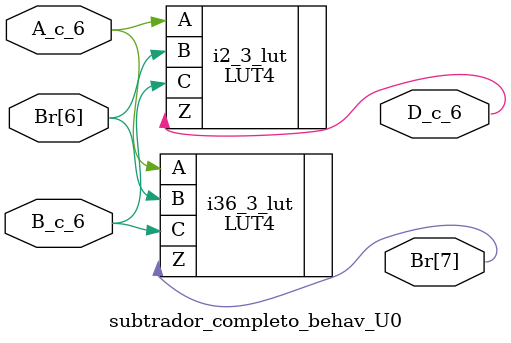
<source format=v>

module param_sub (Brin, A, B, Brout, D);   // d:/rtl_fpga/vhdl/aula32_pontofixo_pontoflutuante/param_sub.vhd(3[8:17])
    input Brin;   // d:/rtl_fpga/vhdl/aula32_pontofixo_pontoflutuante/param_sub.vhd(6[4:8])
    input [7:0]A;   // d:/rtl_fpga/vhdl/aula32_pontofixo_pontoflutuante/param_sub.vhd(7[4:5])
    input [7:0]B;   // d:/rtl_fpga/vhdl/aula32_pontofixo_pontoflutuante/param_sub.vhd(7[6:7])
    output Brout;   // d:/rtl_fpga/vhdl/aula32_pontofixo_pontoflutuante/param_sub.vhd(8[4:9])
    output [7:0]D;   // d:/rtl_fpga/vhdl/aula32_pontofixo_pontoflutuante/param_sub.vhd(9[4:5])
    
    
    wire Brin_c, A_c_7, A_c_6, A_c_5, A_c_4, A_c_3, A_c_2, A_c_1, 
        A_c_0, B_c_7, B_c_6, B_c_5, B_c_4, B_c_3, B_c_2, B_c_1, 
        B_c_0, Brout_c, D_c_7, D_c_6, D_c_5, D_c_4, D_c_3, D_c_2, 
        D_c_1, D_c_0;
    wire [8:0]Br;   // d:/rtl_fpga/vhdl/aula32_pontofixo_pontoflutuante/param_sub.vhd(23[9:11])
    
    wire GND_net, VCC_net;
    
    VLO i115 (.Z(GND_net));
    OB D_pad_1 (.I(D_c_1), .O(D[1]));   // d:/rtl_fpga/vhdl/aula32_pontofixo_pontoflutuante/param_sub.vhd(9[4:5])
    OB D_pad_2 (.I(D_c_2), .O(D[2]));   // d:/rtl_fpga/vhdl/aula32_pontofixo_pontoflutuante/param_sub.vhd(9[4:5])
    OB D_pad_3 (.I(D_c_3), .O(D[3]));   // d:/rtl_fpga/vhdl/aula32_pontofixo_pontoflutuante/param_sub.vhd(9[4:5])
    OB D_pad_4 (.I(D_c_4), .O(D[4]));   // d:/rtl_fpga/vhdl/aula32_pontofixo_pontoflutuante/param_sub.vhd(9[4:5])
    OB D_pad_5 (.I(D_c_5), .O(D[5]));   // d:/rtl_fpga/vhdl/aula32_pontofixo_pontoflutuante/param_sub.vhd(9[4:5])
    OB D_pad_6 (.I(D_c_6), .O(D[6]));   // d:/rtl_fpga/vhdl/aula32_pontofixo_pontoflutuante/param_sub.vhd(9[4:5])
    IB A_pad_1 (.I(A[1]), .O(A_c_1));   // d:/rtl_fpga/vhdl/aula32_pontofixo_pontoflutuante/param_sub.vhd(7[4:5])
    OB D_pad_7 (.I(D_c_7), .O(D[7]));   // d:/rtl_fpga/vhdl/aula32_pontofixo_pontoflutuante/param_sub.vhd(9[4:5])
    OB Brout_pad (.I(Brout_c), .O(Brout));   // d:/rtl_fpga/vhdl/aula32_pontofixo_pontoflutuante/param_sub.vhd(8[4:9])
    IB A_pad_2 (.I(A[2]), .O(A_c_2));   // d:/rtl_fpga/vhdl/aula32_pontofixo_pontoflutuante/param_sub.vhd(7[4:5])
    IB A_pad_3 (.I(A[3]), .O(A_c_3));   // d:/rtl_fpga/vhdl/aula32_pontofixo_pontoflutuante/param_sub.vhd(7[4:5])
    IB A_pad_4 (.I(A[4]), .O(A_c_4));   // d:/rtl_fpga/vhdl/aula32_pontofixo_pontoflutuante/param_sub.vhd(7[4:5])
    IB A_pad_5 (.I(A[5]), .O(A_c_5));   // d:/rtl_fpga/vhdl/aula32_pontofixo_pontoflutuante/param_sub.vhd(7[4:5])
    IB A_pad_6 (.I(A[6]), .O(A_c_6));   // d:/rtl_fpga/vhdl/aula32_pontofixo_pontoflutuante/param_sub.vhd(7[4:5])
    subtrador_completo_behav_U4 \gen_block_2..sub_n  (.A_c_2(A_c_2), .\Br[2] (Br[2]), 
            .B_c_2(B_c_2), .D_c_2(D_c_2), .\Br[3] (Br[3])) /* synthesis syn_module_defined=1 */ ;   // d:/rtl_fpga/vhdl/aula32_pontofixo_pontoflutuante/param_sub.vhd(29[16:40])
    IB A_pad_7 (.I(A[7]), .O(A_c_7));   // d:/rtl_fpga/vhdl/aula32_pontofixo_pontoflutuante/param_sub.vhd(7[4:5])
    IB Brin_pad (.I(Brin), .O(Brin_c));   // d:/rtl_fpga/vhdl/aula32_pontofixo_pontoflutuante/param_sub.vhd(6[4:8])
    subtrador_completo_behav_U3 \gen_block_3..sub_n  (.A_c_3(A_c_3), .\Br[3] (Br[3]), 
            .B_c_3(B_c_3), .D_c_3(D_c_3), .\Br[4] (Br[4])) /* synthesis syn_module_defined=1 */ ;   // d:/rtl_fpga/vhdl/aula32_pontofixo_pontoflutuante/param_sub.vhd(29[16:40])
    OB D_pad_0 (.I(D_c_0), .O(D[0]));   // d:/rtl_fpga/vhdl/aula32_pontofixo_pontoflutuante/param_sub.vhd(9[4:5])
    IB A_pad_0 (.I(A[0]), .O(A_c_0));   // d:/rtl_fpga/vhdl/aula32_pontofixo_pontoflutuante/param_sub.vhd(7[4:5])
    IB B_pad_7 (.I(B[7]), .O(B_c_7));   // d:/rtl_fpga/vhdl/aula32_pontofixo_pontoflutuante/param_sub.vhd(7[6:7])
    IB B_pad_6 (.I(B[6]), .O(B_c_6));   // d:/rtl_fpga/vhdl/aula32_pontofixo_pontoflutuante/param_sub.vhd(7[6:7])
    IB B_pad_5 (.I(B[5]), .O(B_c_5));   // d:/rtl_fpga/vhdl/aula32_pontofixo_pontoflutuante/param_sub.vhd(7[6:7])
    IB B_pad_4 (.I(B[4]), .O(B_c_4));   // d:/rtl_fpga/vhdl/aula32_pontofixo_pontoflutuante/param_sub.vhd(7[6:7])
    IB B_pad_3 (.I(B[3]), .O(B_c_3));   // d:/rtl_fpga/vhdl/aula32_pontofixo_pontoflutuante/param_sub.vhd(7[6:7])
    IB B_pad_2 (.I(B[2]), .O(B_c_2));   // d:/rtl_fpga/vhdl/aula32_pontofixo_pontoflutuante/param_sub.vhd(7[6:7])
    IB B_pad_1 (.I(B[1]), .O(B_c_1));   // d:/rtl_fpga/vhdl/aula32_pontofixo_pontoflutuante/param_sub.vhd(7[6:7])
    IB B_pad_0 (.I(B[0]), .O(B_c_0));   // d:/rtl_fpga/vhdl/aula32_pontofixo_pontoflutuante/param_sub.vhd(7[6:7])
    GSR GSR_INST (.GSR(VCC_net));
    subtrador_completo_behav_U2 \gen_block_4..sub_n  (.A_c_4(A_c_4), .\Br[4] (Br[4]), 
            .B_c_4(B_c_4), .D_c_4(D_c_4), .\Br[5] (Br[5])) /* synthesis syn_module_defined=1 */ ;   // d:/rtl_fpga/vhdl/aula32_pontofixo_pontoflutuante/param_sub.vhd(29[16:40])
    subtrador_completo_behav_U5 \gen_block_1..sub_n  (.A_c_1(A_c_1), .\Br[1] (Br[1]), 
            .B_c_1(B_c_1), .\Br[2] (Br[2]), .D_c_1(D_c_1)) /* synthesis syn_module_defined=1 */ ;   // d:/rtl_fpga/vhdl/aula32_pontofixo_pontoflutuante/param_sub.vhd(29[16:40])
    subtrador_completo_behav_U1 \gen_block_5..sub_n  (.A_c_5(A_c_5), .\Br[5] (Br[5]), 
            .B_c_5(B_c_5), .D_c_5(D_c_5), .\Br[6] (Br[6])) /* synthesis syn_module_defined=1 */ ;   // d:/rtl_fpga/vhdl/aula32_pontofixo_pontoflutuante/param_sub.vhd(29[16:40])
    PUR PUR_INST (.PUR(VCC_net));
    defparam PUR_INST.RST_PULSE = 1;
    subtrador_completo_behav_U6 \gen_block_0..sub_n  (.A_c_0(A_c_0), .Brin_c(Brin_c), 
            .B_c_0(B_c_0), .D_c_0(D_c_0), .\Br[1] (Br[1])) /* synthesis syn_module_defined=1 */ ;   // d:/rtl_fpga/vhdl/aula32_pontofixo_pontoflutuante/param_sub.vhd(29[16:40])
    subtrador_completo_behav \gen_block_7..sub_n  (.A_c_7(A_c_7), .\Br[7] (Br[7]), 
            .B_c_7(B_c_7), .D_c_7(D_c_7), .Brout_c(Brout_c)) /* synthesis syn_module_defined=1 */ ;   // d:/rtl_fpga/vhdl/aula32_pontofixo_pontoflutuante/param_sub.vhd(29[16:40])
    subtrador_completo_behav_U0 \gen_block_6..sub_n  (.A_c_6(A_c_6), .\Br[6] (Br[6]), 
            .B_c_6(B_c_6), .D_c_6(D_c_6), .\Br[7] (Br[7])) /* synthesis syn_module_defined=1 */ ;   // d:/rtl_fpga/vhdl/aula32_pontofixo_pontoflutuante/param_sub.vhd(29[16:40])
    VHI i116 (.Z(VCC_net));
    
endmodule
//
// Verilog Description of module subtrador_completo_behav_U4
//

module subtrador_completo_behav_U4 (A_c_2, \Br[2] , B_c_2, D_c_2, \Br[3] ) /* synthesis syn_module_defined=1 */ ;
    input A_c_2;
    input \Br[2] ;
    input B_c_2;
    output D_c_2;
    output \Br[3] ;
    
    
    LUT4 i2_3_lut (.A(A_c_2), .B(\Br[2] ), .C(B_c_2), .Z(D_c_2)) /* synthesis lut_function=(A (B (C)+!B !(C))+!A !(B (C)+!B !(C))) */ ;   // d:/rtl_fpga/vhdl/aula32_pontofixo_pontoflutuante/impl1/source/subtrador_completo_behav.v(6[6:18])
    defparam i2_3_lut.init = 16'h9696;
    LUT4 i32_3_lut (.A(A_c_2), .B(\Br[2] ), .C(B_c_2), .Z(\Br[3] )) /* synthesis lut_function=(A (B (C))+!A (B+(C))) */ ;   // d:/rtl_fpga/vhdl/aula32_pontofixo_pontoflutuante/impl1/source/subtrador_completo_behav.v(9[7] 12[13])
    defparam i32_3_lut.init = 16'hd4d4;
    
endmodule
//
// Verilog Description of module subtrador_completo_behav_U3
//

module subtrador_completo_behav_U3 (A_c_3, \Br[3] , B_c_3, D_c_3, \Br[4] ) /* synthesis syn_module_defined=1 */ ;
    input A_c_3;
    input \Br[3] ;
    input B_c_3;
    output D_c_3;
    output \Br[4] ;
    
    
    LUT4 i2_3_lut (.A(A_c_3), .B(\Br[3] ), .C(B_c_3), .Z(D_c_3)) /* synthesis lut_function=(A (B (C)+!B !(C))+!A !(B (C)+!B !(C))) */ ;   // d:/rtl_fpga/vhdl/aula32_pontofixo_pontoflutuante/impl1/source/subtrador_completo_behav.v(6[6:18])
    defparam i2_3_lut.init = 16'h9696;
    LUT4 i33_3_lut (.A(A_c_3), .B(\Br[3] ), .C(B_c_3), .Z(\Br[4] )) /* synthesis lut_function=(A (B (C))+!A (B+(C))) */ ;   // d:/rtl_fpga/vhdl/aula32_pontofixo_pontoflutuante/impl1/source/subtrador_completo_behav.v(9[7] 12[13])
    defparam i33_3_lut.init = 16'hd4d4;
    
endmodule
//
// Verilog Description of module subtrador_completo_behav_U2
//

module subtrador_completo_behav_U2 (A_c_4, \Br[4] , B_c_4, D_c_4, \Br[5] ) /* synthesis syn_module_defined=1 */ ;
    input A_c_4;
    input \Br[4] ;
    input B_c_4;
    output D_c_4;
    output \Br[5] ;
    
    
    LUT4 i2_3_lut (.A(A_c_4), .B(\Br[4] ), .C(B_c_4), .Z(D_c_4)) /* synthesis lut_function=(A (B (C)+!B !(C))+!A !(B (C)+!B !(C))) */ ;   // d:/rtl_fpga/vhdl/aula32_pontofixo_pontoflutuante/impl1/source/subtrador_completo_behav.v(6[6:18])
    defparam i2_3_lut.init = 16'h9696;
    LUT4 i34_3_lut (.A(A_c_4), .B(\Br[4] ), .C(B_c_4), .Z(\Br[5] )) /* synthesis lut_function=(A (B (C))+!A (B+(C))) */ ;   // d:/rtl_fpga/vhdl/aula32_pontofixo_pontoflutuante/impl1/source/subtrador_completo_behav.v(9[7] 12[13])
    defparam i34_3_lut.init = 16'hd4d4;
    
endmodule
//
// Verilog Description of module subtrador_completo_behav_U5
//

module subtrador_completo_behav_U5 (A_c_1, \Br[1] , B_c_1, \Br[2] , 
            D_c_1) /* synthesis syn_module_defined=1 */ ;
    input A_c_1;
    input \Br[1] ;
    input B_c_1;
    output \Br[2] ;
    output D_c_1;
    
    
    LUT4 i31_3_lut (.A(A_c_1), .B(\Br[1] ), .C(B_c_1), .Z(\Br[2] )) /* synthesis lut_function=(A (B (C))+!A (B+(C))) */ ;   // d:/rtl_fpga/vhdl/aula32_pontofixo_pontoflutuante/impl1/source/subtrador_completo_behav.v(9[7] 12[13])
    defparam i31_3_lut.init = 16'hd4d4;
    LUT4 i2_3_lut (.A(A_c_1), .B(\Br[1] ), .C(B_c_1), .Z(D_c_1)) /* synthesis lut_function=(A (B (C)+!B !(C))+!A !(B (C)+!B !(C))) */ ;   // d:/rtl_fpga/vhdl/aula32_pontofixo_pontoflutuante/impl1/source/subtrador_completo_behav.v(6[6:18])
    defparam i2_3_lut.init = 16'h9696;
    
endmodule
//
// Verilog Description of module subtrador_completo_behav_U1
//

module subtrador_completo_behav_U1 (A_c_5, \Br[5] , B_c_5, D_c_5, \Br[6] ) /* synthesis syn_module_defined=1 */ ;
    input A_c_5;
    input \Br[5] ;
    input B_c_5;
    output D_c_5;
    output \Br[6] ;
    
    
    LUT4 i2_3_lut (.A(A_c_5), .B(\Br[5] ), .C(B_c_5), .Z(D_c_5)) /* synthesis lut_function=(A (B (C)+!B !(C))+!A !(B (C)+!B !(C))) */ ;   // d:/rtl_fpga/vhdl/aula32_pontofixo_pontoflutuante/impl1/source/subtrador_completo_behav.v(6[6:18])
    defparam i2_3_lut.init = 16'h9696;
    LUT4 i35_3_lut (.A(A_c_5), .B(\Br[5] ), .C(B_c_5), .Z(\Br[6] )) /* synthesis lut_function=(A (B (C))+!A (B+(C))) */ ;   // d:/rtl_fpga/vhdl/aula32_pontofixo_pontoflutuante/impl1/source/subtrador_completo_behav.v(9[7] 12[13])
    defparam i35_3_lut.init = 16'hd4d4;
    
endmodule
//
// Verilog Description of module PUR
// module not written out since it is a black-box. 
//

//
// Verilog Description of module subtrador_completo_behav_U6
//

module subtrador_completo_behav_U6 (A_c_0, Brin_c, B_c_0, D_c_0, \Br[1] ) /* synthesis syn_module_defined=1 */ ;
    input A_c_0;
    input Brin_c;
    input B_c_0;
    output D_c_0;
    output \Br[1] ;
    
    
    LUT4 i2_3_lut (.A(A_c_0), .B(Brin_c), .C(B_c_0), .Z(D_c_0)) /* synthesis lut_function=(A (B (C)+!B !(C))+!A !(B (C)+!B !(C))) */ ;   // d:/rtl_fpga/vhdl/aula32_pontofixo_pontoflutuante/impl1/source/subtrador_completo_behav.v(6[6:18])
    defparam i2_3_lut.init = 16'h9696;
    LUT4 i30_3_lut (.A(A_c_0), .B(Brin_c), .C(B_c_0), .Z(\Br[1] )) /* synthesis lut_function=(A (B (C))+!A (B+(C))) */ ;   // d:/rtl_fpga/vhdl/aula32_pontofixo_pontoflutuante/impl1/source/subtrador_completo_behav.v(9[7] 12[13])
    defparam i30_3_lut.init = 16'hd4d4;
    
endmodule
//
// Verilog Description of module subtrador_completo_behav
//

module subtrador_completo_behav (A_c_7, \Br[7] , B_c_7, D_c_7, Brout_c) /* synthesis syn_module_defined=1 */ ;
    input A_c_7;
    input \Br[7] ;
    input B_c_7;
    output D_c_7;
    output Brout_c;
    
    
    LUT4 i2_3_lut (.A(A_c_7), .B(\Br[7] ), .C(B_c_7), .Z(D_c_7)) /* synthesis lut_function=(A (B (C)+!B !(C))+!A !(B (C)+!B !(C))) */ ;   // d:/rtl_fpga/vhdl/aula32_pontofixo_pontoflutuante/impl1/source/subtrador_completo_behav.v(6[6:18])
    defparam i2_3_lut.init = 16'h9696;
    LUT4 i37_3_lut (.A(A_c_7), .B(\Br[7] ), .C(B_c_7), .Z(Brout_c)) /* synthesis lut_function=(A (B (C))+!A (B+(C))) */ ;   // d:/rtl_fpga/vhdl/aula32_pontofixo_pontoflutuante/impl1/source/subtrador_completo_behav.v(9[7] 12[13])
    defparam i37_3_lut.init = 16'hd4d4;
    
endmodule
//
// Verilog Description of module subtrador_completo_behav_U0
//

module subtrador_completo_behav_U0 (A_c_6, \Br[6] , B_c_6, D_c_6, \Br[7] ) /* synthesis syn_module_defined=1 */ ;
    input A_c_6;
    input \Br[6] ;
    input B_c_6;
    output D_c_6;
    output \Br[7] ;
    
    
    LUT4 i2_3_lut (.A(A_c_6), .B(\Br[6] ), .C(B_c_6), .Z(D_c_6)) /* synthesis lut_function=(A (B (C)+!B !(C))+!A !(B (C)+!B !(C))) */ ;   // d:/rtl_fpga/vhdl/aula32_pontofixo_pontoflutuante/impl1/source/subtrador_completo_behav.v(6[6:18])
    defparam i2_3_lut.init = 16'h9696;
    LUT4 i36_3_lut (.A(A_c_6), .B(\Br[6] ), .C(B_c_6), .Z(\Br[7] )) /* synthesis lut_function=(A (B (C))+!A (B+(C))) */ ;   // d:/rtl_fpga/vhdl/aula32_pontofixo_pontoflutuante/impl1/source/subtrador_completo_behav.v(9[7] 12[13])
    defparam i36_3_lut.init = 16'hd4d4;
    
endmodule

</source>
